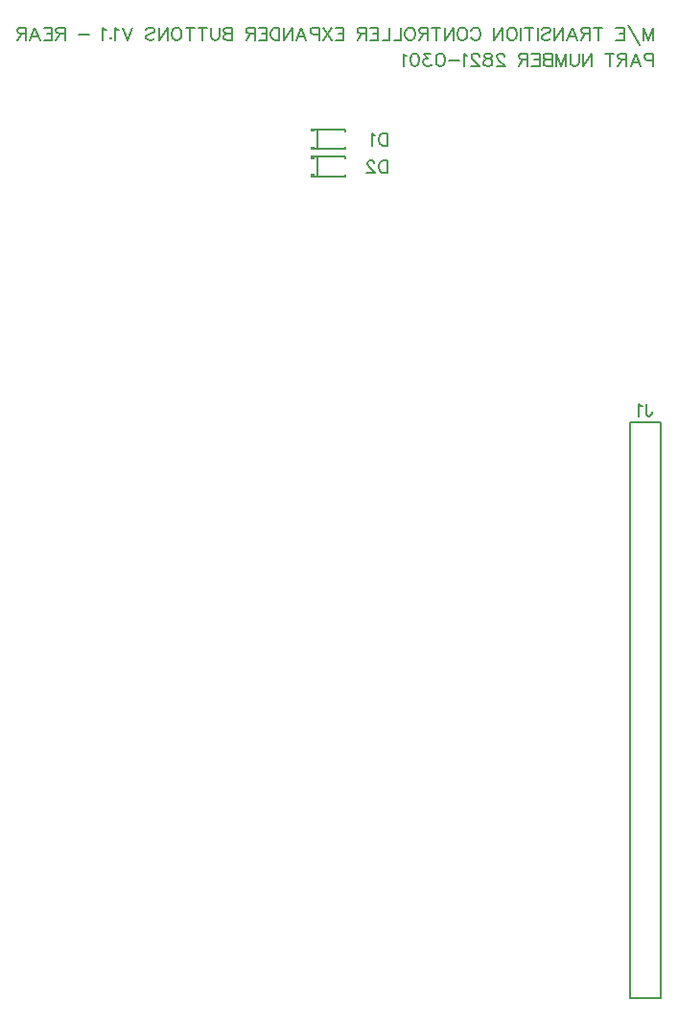
<source format=gbo>
G04 Layer: BottomSilkscreenLayer*
G04 EasyEDA v6.5.29, 2023-07-18 10:32:44*
G04 f0145a9d3cf84adf84608df9e98d150b,5a6b42c53f6a479593ecc07194224c93,10*
G04 Gerber Generator version 0.2*
G04 Scale: 100 percent, Rotated: No, Reflected: No *
G04 Dimensions in millimeters *
G04 leading zeros omitted , absolute positions ,4 integer and 5 decimal *
%FSLAX45Y45*%
%MOMM*%

%ADD10C,0.2032*%
%ADD11C,0.1524*%

%LPD*%
D10*
X6007100Y11551064D02*
G01*
X6007100Y11436520D01*
X6007100Y11551064D02*
G01*
X5963462Y11436520D01*
X5919828Y11551064D02*
G01*
X5963462Y11436520D01*
X5919828Y11551064D02*
G01*
X5919828Y11436520D01*
X5785645Y11572882D02*
G01*
X5883828Y11398338D01*
X5749645Y11551064D02*
G01*
X5749645Y11436520D01*
X5749645Y11551064D02*
G01*
X5678736Y11551064D01*
X5749645Y11496520D02*
G01*
X5706010Y11496520D01*
X5749645Y11436520D02*
G01*
X5678736Y11436520D01*
X5520555Y11551064D02*
G01*
X5520555Y11436520D01*
X5558736Y11551064D02*
G01*
X5482374Y11551064D01*
X5446374Y11551064D02*
G01*
X5446374Y11436520D01*
X5446374Y11551064D02*
G01*
X5397284Y11551064D01*
X5380918Y11545610D01*
X5375465Y11540157D01*
X5370009Y11529247D01*
X5370009Y11518338D01*
X5375465Y11507429D01*
X5380918Y11501974D01*
X5397284Y11496520D01*
X5446374Y11496520D01*
X5408190Y11496520D02*
G01*
X5370009Y11436520D01*
X5290372Y11551064D02*
G01*
X5334010Y11436520D01*
X5290372Y11551064D02*
G01*
X5246738Y11436520D01*
X5317647Y11474701D02*
G01*
X5263100Y11474701D01*
X5210738Y11551064D02*
G01*
X5210738Y11436520D01*
X5210738Y11551064D02*
G01*
X5134373Y11436520D01*
X5134373Y11551064D02*
G01*
X5134373Y11436520D01*
X5022011Y11534701D02*
G01*
X5032921Y11545610D01*
X5049283Y11551064D01*
X5071102Y11551064D01*
X5087465Y11545610D01*
X5098374Y11534701D01*
X5098374Y11523792D01*
X5092920Y11512882D01*
X5087465Y11507429D01*
X5076555Y11501974D01*
X5043830Y11491064D01*
X5032921Y11485610D01*
X5027465Y11480157D01*
X5022011Y11469248D01*
X5022011Y11452882D01*
X5032921Y11441974D01*
X5049283Y11436520D01*
X5071102Y11436520D01*
X5087465Y11441974D01*
X5098374Y11452882D01*
X4986012Y11551064D02*
G01*
X4986012Y11436520D01*
X4911829Y11551064D02*
G01*
X4911829Y11436520D01*
X4950010Y11551064D02*
G01*
X4873647Y11551064D01*
X4837648Y11551064D02*
G01*
X4837648Y11436520D01*
X4768921Y11551064D02*
G01*
X4779830Y11545610D01*
X4790739Y11534701D01*
X4796193Y11523792D01*
X4801649Y11507429D01*
X4801649Y11480157D01*
X4796193Y11463792D01*
X4790739Y11452882D01*
X4779830Y11441974D01*
X4768921Y11436520D01*
X4747102Y11436520D01*
X4736193Y11441974D01*
X4725283Y11452882D01*
X4719830Y11463792D01*
X4714374Y11480157D01*
X4714374Y11507429D01*
X4719830Y11523792D01*
X4725283Y11534701D01*
X4736193Y11545610D01*
X4747102Y11551064D01*
X4768921Y11551064D01*
X4678375Y11551064D02*
G01*
X4678375Y11436520D01*
X4678375Y11551064D02*
G01*
X4602012Y11436520D01*
X4602012Y11551064D02*
G01*
X4602012Y11436520D01*
X4400194Y11523792D02*
G01*
X4405647Y11534701D01*
X4416557Y11545610D01*
X4427466Y11551064D01*
X4449284Y11551064D01*
X4460194Y11545610D01*
X4471103Y11534701D01*
X4476556Y11523792D01*
X4482012Y11507429D01*
X4482012Y11480157D01*
X4476556Y11463792D01*
X4471103Y11452882D01*
X4460194Y11441974D01*
X4449284Y11436520D01*
X4427466Y11436520D01*
X4416557Y11441974D01*
X4405647Y11452882D01*
X4400194Y11463792D01*
X4331467Y11551064D02*
G01*
X4342376Y11545610D01*
X4353285Y11534701D01*
X4358739Y11523792D01*
X4364194Y11507429D01*
X4364194Y11480157D01*
X4358739Y11463792D01*
X4353285Y11452882D01*
X4342376Y11441974D01*
X4331467Y11436520D01*
X4309648Y11436520D01*
X4298739Y11441974D01*
X4287829Y11452882D01*
X4282376Y11463792D01*
X4276920Y11480157D01*
X4276920Y11507429D01*
X4282376Y11523792D01*
X4287829Y11534701D01*
X4298739Y11545610D01*
X4309648Y11551064D01*
X4331467Y11551064D01*
X4240921Y11551064D02*
G01*
X4240921Y11436520D01*
X4240921Y11551064D02*
G01*
X4164558Y11436520D01*
X4164558Y11551064D02*
G01*
X4164558Y11436520D01*
X4090375Y11551064D02*
G01*
X4090375Y11436520D01*
X4128559Y11551064D02*
G01*
X4052194Y11551064D01*
X4016194Y11551064D02*
G01*
X4016194Y11436520D01*
X4016194Y11551064D02*
G01*
X3967104Y11551064D01*
X3950741Y11545610D01*
X3945285Y11540157D01*
X3939832Y11529247D01*
X3939832Y11518338D01*
X3945285Y11507429D01*
X3950741Y11501974D01*
X3967104Y11496520D01*
X4016194Y11496520D01*
X3978013Y11496520D02*
G01*
X3939832Y11436520D01*
X3871104Y11551064D02*
G01*
X3882014Y11545610D01*
X3892923Y11534701D01*
X3898376Y11523792D01*
X3903832Y11507429D01*
X3903832Y11480157D01*
X3898376Y11463792D01*
X3892923Y11452882D01*
X3882014Y11441974D01*
X3871104Y11436520D01*
X3849286Y11436520D01*
X3838376Y11441974D01*
X3827467Y11452882D01*
X3822014Y11463792D01*
X3816558Y11480157D01*
X3816558Y11507429D01*
X3822014Y11523792D01*
X3827467Y11534701D01*
X3838376Y11545610D01*
X3849286Y11551064D01*
X3871104Y11551064D01*
X3780558Y11551064D02*
G01*
X3780558Y11436520D01*
X3780558Y11436520D02*
G01*
X3715105Y11436520D01*
X3679103Y11551064D02*
G01*
X3679103Y11436520D01*
X3679103Y11436520D02*
G01*
X3613650Y11436520D01*
X3577650Y11551064D02*
G01*
X3577650Y11436520D01*
X3577650Y11551064D02*
G01*
X3506741Y11551064D01*
X3577650Y11496520D02*
G01*
X3534013Y11496520D01*
X3577650Y11436520D02*
G01*
X3506741Y11436520D01*
X3470742Y11551064D02*
G01*
X3470742Y11436520D01*
X3470742Y11551064D02*
G01*
X3421651Y11551064D01*
X3405286Y11545610D01*
X3399833Y11540157D01*
X3394377Y11529247D01*
X3394377Y11518338D01*
X3399833Y11507429D01*
X3405286Y11501974D01*
X3421651Y11496520D01*
X3470742Y11496520D01*
X3432558Y11496520D02*
G01*
X3394377Y11436520D01*
X3274377Y11551064D02*
G01*
X3274377Y11436520D01*
X3274377Y11551064D02*
G01*
X3203468Y11551064D01*
X3274377Y11496520D02*
G01*
X3230742Y11496520D01*
X3274377Y11436520D02*
G01*
X3203468Y11436520D01*
X3167468Y11551064D02*
G01*
X3091106Y11436520D01*
X3091106Y11551064D02*
G01*
X3167468Y11436520D01*
X3055106Y11551064D02*
G01*
X3055106Y11436520D01*
X3055106Y11551064D02*
G01*
X3006016Y11551064D01*
X2989651Y11545610D01*
X2984197Y11540157D01*
X2978741Y11529247D01*
X2978741Y11512882D01*
X2984197Y11501974D01*
X2989651Y11496520D01*
X3006016Y11491064D01*
X3055106Y11491064D01*
X2899105Y11551064D02*
G01*
X2942742Y11436520D01*
X2899105Y11551064D02*
G01*
X2855470Y11436520D01*
X2926379Y11474701D02*
G01*
X2871833Y11474701D01*
X2819471Y11551064D02*
G01*
X2819471Y11436520D01*
X2819471Y11551064D02*
G01*
X2743106Y11436520D01*
X2743106Y11551064D02*
G01*
X2743106Y11436520D01*
X2707106Y11551064D02*
G01*
X2707106Y11436520D01*
X2707106Y11551064D02*
G01*
X2668925Y11551064D01*
X2652560Y11545610D01*
X2641653Y11534701D01*
X2636197Y11523792D01*
X2630744Y11507429D01*
X2630744Y11480157D01*
X2636197Y11463792D01*
X2641653Y11452882D01*
X2652560Y11441974D01*
X2668925Y11436520D01*
X2707106Y11436520D01*
X2594742Y11551064D02*
G01*
X2594742Y11436520D01*
X2594742Y11551064D02*
G01*
X2523835Y11551064D01*
X2594742Y11496520D02*
G01*
X2551107Y11496520D01*
X2594742Y11436520D02*
G01*
X2523835Y11436520D01*
X2487833Y11551064D02*
G01*
X2487833Y11436520D01*
X2487833Y11551064D02*
G01*
X2438742Y11551064D01*
X2422380Y11545610D01*
X2416924Y11540157D01*
X2411470Y11529247D01*
X2411470Y11518338D01*
X2416924Y11507429D01*
X2422380Y11501974D01*
X2438742Y11496520D01*
X2487833Y11496520D01*
X2449652Y11496520D02*
G01*
X2411470Y11436520D01*
X2291471Y11551064D02*
G01*
X2291471Y11436520D01*
X2291471Y11551064D02*
G01*
X2242380Y11551064D01*
X2226017Y11545610D01*
X2220561Y11540157D01*
X2215108Y11529247D01*
X2215108Y11518338D01*
X2220561Y11507429D01*
X2226017Y11501974D01*
X2242380Y11496520D01*
X2291471Y11496520D02*
G01*
X2242380Y11496520D01*
X2226017Y11491064D01*
X2220561Y11485610D01*
X2215108Y11474701D01*
X2215108Y11458338D01*
X2220561Y11447429D01*
X2226017Y11441974D01*
X2242380Y11436520D01*
X2291471Y11436520D01*
X2179106Y11551064D02*
G01*
X2179106Y11469248D01*
X2173653Y11452882D01*
X2162743Y11441974D01*
X2146381Y11436520D01*
X2135471Y11436520D01*
X2119106Y11441974D01*
X2108197Y11452882D01*
X2102744Y11469248D01*
X2102744Y11551064D01*
X2028563Y11551064D02*
G01*
X2028563Y11436520D01*
X2066744Y11551064D02*
G01*
X1990379Y11551064D01*
X1916198Y11551064D02*
G01*
X1916198Y11436520D01*
X1954380Y11551064D02*
G01*
X1878017Y11551064D01*
X1809290Y11551064D02*
G01*
X1820199Y11545610D01*
X1831108Y11534701D01*
X1836562Y11523792D01*
X1842018Y11507429D01*
X1842018Y11480157D01*
X1836562Y11463792D01*
X1831108Y11452882D01*
X1820199Y11441974D01*
X1809290Y11436520D01*
X1787471Y11436520D01*
X1776562Y11441974D01*
X1765653Y11452882D01*
X1760199Y11463792D01*
X1754743Y11480157D01*
X1754743Y11507429D01*
X1760199Y11523792D01*
X1765653Y11534701D01*
X1776562Y11545610D01*
X1787471Y11551064D01*
X1809290Y11551064D01*
X1718744Y11551064D02*
G01*
X1718744Y11436520D01*
X1718744Y11551064D02*
G01*
X1642381Y11436520D01*
X1642381Y11551064D02*
G01*
X1642381Y11436520D01*
X1530017Y11534701D02*
G01*
X1540926Y11545610D01*
X1557291Y11551064D01*
X1579107Y11551064D01*
X1595473Y11545610D01*
X1606382Y11534701D01*
X1606382Y11523792D01*
X1600926Y11512882D01*
X1595473Y11507429D01*
X1584563Y11501974D01*
X1551835Y11491064D01*
X1540926Y11485610D01*
X1535473Y11480157D01*
X1530017Y11469248D01*
X1530017Y11452882D01*
X1540926Y11441974D01*
X1557291Y11436520D01*
X1579107Y11436520D01*
X1595473Y11441974D01*
X1606382Y11452882D01*
X1410017Y11551064D02*
G01*
X1366382Y11436520D01*
X1322745Y11551064D02*
G01*
X1366382Y11436520D01*
X1286746Y11529247D02*
G01*
X1275836Y11534701D01*
X1259474Y11551064D01*
X1259474Y11436520D01*
X1218018Y11463792D02*
G01*
X1223472Y11458338D01*
X1218018Y11452882D01*
X1212562Y11458338D01*
X1218018Y11463792D01*
X1176563Y11529247D02*
G01*
X1165654Y11534701D01*
X1149291Y11551064D01*
X1149291Y11436520D01*
X1029291Y11485610D02*
G01*
X931110Y11485610D01*
X811110Y11551064D02*
G01*
X811110Y11436520D01*
X811110Y11551064D02*
G01*
X762020Y11551064D01*
X745655Y11545610D01*
X740201Y11540157D01*
X734745Y11529247D01*
X734745Y11518338D01*
X740201Y11507429D01*
X745655Y11501974D01*
X762020Y11496520D01*
X811110Y11496520D01*
X772929Y11496520D02*
G01*
X734745Y11436520D01*
X698746Y11551064D02*
G01*
X698746Y11436520D01*
X698746Y11551064D02*
G01*
X627837Y11551064D01*
X698746Y11496520D02*
G01*
X655111Y11496520D01*
X698746Y11436520D02*
G01*
X627837Y11436520D01*
X548200Y11551064D02*
G01*
X591837Y11436520D01*
X548200Y11551064D02*
G01*
X504565Y11436520D01*
X575475Y11474701D02*
G01*
X520928Y11474701D01*
X468566Y11551064D02*
G01*
X468566Y11436520D01*
X468566Y11551064D02*
G01*
X419475Y11551064D01*
X403110Y11545610D01*
X397657Y11540157D01*
X392201Y11529247D01*
X392201Y11518338D01*
X397657Y11507429D01*
X403110Y11501974D01*
X419475Y11496520D01*
X468566Y11496520D01*
X430382Y11496520D02*
G01*
X392201Y11436520D01*
X6007100Y11322464D02*
G01*
X6007100Y11207920D01*
X6007100Y11322464D02*
G01*
X5958009Y11322464D01*
X5941646Y11317010D01*
X5936190Y11311557D01*
X5930737Y11300647D01*
X5930737Y11284282D01*
X5936190Y11273374D01*
X5941646Y11267920D01*
X5958009Y11262464D01*
X6007100Y11262464D01*
X5851100Y11322464D02*
G01*
X5894735Y11207920D01*
X5851100Y11322464D02*
G01*
X5807463Y11207920D01*
X5878372Y11246101D02*
G01*
X5823828Y11246101D01*
X5771464Y11322464D02*
G01*
X5771464Y11207920D01*
X5771464Y11322464D02*
G01*
X5722373Y11322464D01*
X5706010Y11317010D01*
X5700555Y11311557D01*
X5695100Y11300647D01*
X5695100Y11289738D01*
X5700555Y11278829D01*
X5706010Y11273374D01*
X5722373Y11267920D01*
X5771464Y11267920D01*
X5733282Y11267920D02*
G01*
X5695100Y11207920D01*
X5620918Y11322464D02*
G01*
X5620918Y11207920D01*
X5659100Y11322464D02*
G01*
X5582737Y11322464D01*
X5462737Y11322464D02*
G01*
X5462737Y11207920D01*
X5462737Y11322464D02*
G01*
X5386374Y11207920D01*
X5386374Y11322464D02*
G01*
X5386374Y11207920D01*
X5350372Y11322464D02*
G01*
X5350372Y11240648D01*
X5344919Y11224282D01*
X5334010Y11213374D01*
X5317647Y11207920D01*
X5306738Y11207920D01*
X5290372Y11213374D01*
X5279466Y11224282D01*
X5274010Y11240648D01*
X5274010Y11322464D01*
X5238010Y11322464D02*
G01*
X5238010Y11207920D01*
X5238010Y11322464D02*
G01*
X5194373Y11207920D01*
X5150738Y11322464D02*
G01*
X5194373Y11207920D01*
X5150738Y11322464D02*
G01*
X5150738Y11207920D01*
X5114737Y11322464D02*
G01*
X5114737Y11207920D01*
X5114737Y11322464D02*
G01*
X5065646Y11322464D01*
X5049283Y11317010D01*
X5043830Y11311557D01*
X5038374Y11300647D01*
X5038374Y11289738D01*
X5043830Y11278829D01*
X5049283Y11273374D01*
X5065646Y11267920D01*
X5114737Y11267920D02*
G01*
X5065646Y11267920D01*
X5049283Y11262464D01*
X5043830Y11257010D01*
X5038374Y11246101D01*
X5038374Y11229738D01*
X5043830Y11218829D01*
X5049283Y11213374D01*
X5065646Y11207920D01*
X5114737Y11207920D01*
X5002375Y11322464D02*
G01*
X5002375Y11207920D01*
X5002375Y11322464D02*
G01*
X4931465Y11322464D01*
X5002375Y11267920D02*
G01*
X4958737Y11267920D01*
X5002375Y11207920D02*
G01*
X4931465Y11207920D01*
X4895466Y11322464D02*
G01*
X4895466Y11207920D01*
X4895466Y11322464D02*
G01*
X4846375Y11322464D01*
X4830010Y11317010D01*
X4824557Y11311557D01*
X4819101Y11300647D01*
X4819101Y11289738D01*
X4824557Y11278829D01*
X4830010Y11273374D01*
X4846375Y11267920D01*
X4895466Y11267920D01*
X4857285Y11267920D02*
G01*
X4819101Y11207920D01*
X4693648Y11295192D02*
G01*
X4693648Y11300647D01*
X4688192Y11311557D01*
X4682738Y11317010D01*
X4671829Y11322464D01*
X4650011Y11322464D01*
X4639101Y11317010D01*
X4633648Y11311557D01*
X4628192Y11300647D01*
X4628192Y11289738D01*
X4633648Y11278829D01*
X4644557Y11262464D01*
X4699101Y11207920D01*
X4622739Y11207920D01*
X4559467Y11322464D02*
G01*
X4575830Y11317010D01*
X4581283Y11306101D01*
X4581283Y11295192D01*
X4575830Y11284282D01*
X4564921Y11278829D01*
X4543102Y11273374D01*
X4526739Y11267920D01*
X4515830Y11257010D01*
X4510374Y11246101D01*
X4510374Y11229738D01*
X4515830Y11218829D01*
X4521283Y11213374D01*
X4537649Y11207920D01*
X4559467Y11207920D01*
X4575830Y11213374D01*
X4581283Y11218829D01*
X4586739Y11229738D01*
X4586739Y11246101D01*
X4581283Y11257010D01*
X4570374Y11267920D01*
X4554011Y11273374D01*
X4532193Y11278829D01*
X4521283Y11284282D01*
X4515830Y11295192D01*
X4515830Y11306101D01*
X4521283Y11317010D01*
X4537649Y11322464D01*
X4559467Y11322464D01*
X4468921Y11295192D02*
G01*
X4468921Y11300647D01*
X4463465Y11311557D01*
X4458012Y11317010D01*
X4447103Y11322464D01*
X4425284Y11322464D01*
X4414375Y11317010D01*
X4408921Y11311557D01*
X4403465Y11300647D01*
X4403465Y11289738D01*
X4408921Y11278829D01*
X4419831Y11262464D01*
X4474375Y11207920D01*
X4398012Y11207920D01*
X4362013Y11300647D02*
G01*
X4351103Y11306101D01*
X4334738Y11322464D01*
X4334738Y11207920D01*
X4298739Y11257010D02*
G01*
X4200558Y11257010D01*
X4131830Y11322464D02*
G01*
X4148193Y11317010D01*
X4159102Y11300647D01*
X4164558Y11273374D01*
X4164558Y11257010D01*
X4159102Y11229738D01*
X4148193Y11213374D01*
X4131830Y11207920D01*
X4120921Y11207920D01*
X4104558Y11213374D01*
X4093649Y11229738D01*
X4088193Y11257010D01*
X4088193Y11273374D01*
X4093649Y11300647D01*
X4104558Y11317010D01*
X4120921Y11322464D01*
X4131830Y11322464D01*
X4041284Y11322464D02*
G01*
X3981284Y11322464D01*
X4014012Y11278829D01*
X3997650Y11278829D01*
X3986740Y11273374D01*
X3981284Y11267920D01*
X3975831Y11251557D01*
X3975831Y11240648D01*
X3981284Y11224282D01*
X3992194Y11213374D01*
X4008559Y11207920D01*
X4024922Y11207920D01*
X4041284Y11213374D01*
X4046740Y11218829D01*
X4052194Y11229738D01*
X3907104Y11322464D02*
G01*
X3923466Y11317010D01*
X3934376Y11300647D01*
X3939832Y11273374D01*
X3939832Y11257010D01*
X3934376Y11229738D01*
X3923466Y11213374D01*
X3907104Y11207920D01*
X3896194Y11207920D01*
X3879832Y11213374D01*
X3868922Y11229738D01*
X3863466Y11257010D01*
X3863466Y11273374D01*
X3868922Y11300647D01*
X3879832Y11317010D01*
X3896194Y11322464D01*
X3907104Y11322464D01*
X3827467Y11300647D02*
G01*
X3816558Y11306101D01*
X3800195Y11322464D01*
X3800195Y11207920D01*
D11*
X5942431Y8230623D02*
G01*
X5942431Y8147497D01*
X5947628Y8131909D01*
X5952822Y8126714D01*
X5963213Y8121520D01*
X5973605Y8121520D01*
X5983996Y8126714D01*
X5989193Y8131909D01*
X5994387Y8147497D01*
X5994387Y8157888D01*
X5908141Y8209841D02*
G01*
X5897752Y8215038D01*
X5882165Y8230623D01*
X5882165Y8121520D01*
X3657600Y10618238D02*
G01*
X3657600Y10509135D01*
X3657600Y10618238D02*
G01*
X3621232Y10618238D01*
X3605644Y10613044D01*
X3595255Y10602653D01*
X3590058Y10592262D01*
X3584864Y10576674D01*
X3584864Y10550697D01*
X3590058Y10535112D01*
X3595255Y10524721D01*
X3605644Y10514329D01*
X3621232Y10509135D01*
X3657600Y10509135D01*
X3550574Y10597456D02*
G01*
X3540183Y10602653D01*
X3524595Y10618238D01*
X3524595Y10509135D01*
X3657600Y10376938D02*
G01*
X3657600Y10267835D01*
X3657600Y10376938D02*
G01*
X3621232Y10376938D01*
X3605644Y10371744D01*
X3595255Y10361353D01*
X3590058Y10350962D01*
X3584864Y10335374D01*
X3584864Y10309397D01*
X3590058Y10293812D01*
X3595255Y10283421D01*
X3605644Y10273029D01*
X3621232Y10267835D01*
X3657600Y10267835D01*
X3545377Y10350962D02*
G01*
X3545377Y10356156D01*
X3540183Y10366547D01*
X3534986Y10371744D01*
X3524595Y10376938D01*
X3503815Y10376938D01*
X3493424Y10371744D01*
X3488227Y10366547D01*
X3483033Y10356156D01*
X3483033Y10345765D01*
X3488227Y10335374D01*
X3498618Y10319788D01*
X3550574Y10267835D01*
X3477836Y10267835D01*
G36*
X2986125Y10501680D02*
G01*
X2986125Y10472166D01*
X3016605Y10472166D01*
X3016605Y10501680D01*
G37*
G36*
X2986125Y10660634D02*
G01*
X2986125Y10631119D01*
X3016605Y10631119D01*
X3016605Y10660634D01*
G37*
G36*
X2986125Y10260380D02*
G01*
X2986125Y10230866D01*
X3016605Y10230866D01*
X3016605Y10260380D01*
G37*
G36*
X2986125Y10419334D02*
G01*
X2986125Y10389819D01*
X3016605Y10389819D01*
X3016605Y10419334D01*
G37*
D10*
X6057887Y8064489D02*
G01*
X6070587Y8064489D01*
X6070587Y2984489D01*
X5803887Y2984489D01*
X5803887Y8064489D01*
X6057887Y8064489D01*
D11*
X3008980Y10479780D02*
G01*
X3290219Y10479780D01*
X3290219Y10479780D02*
G01*
X3290219Y10496580D01*
X3008980Y10653019D02*
G01*
X3290219Y10653019D01*
X3290219Y10653019D02*
G01*
X3290219Y10636219D01*
X3044670Y10479780D02*
G01*
X3044670Y10653019D01*
X3008980Y10238480D02*
G01*
X3290219Y10238480D01*
X3290219Y10238480D02*
G01*
X3290219Y10255280D01*
X3008980Y10411719D02*
G01*
X3290219Y10411719D01*
X3290219Y10411719D02*
G01*
X3290219Y10394919D01*
X3044670Y10238480D02*
G01*
X3044670Y10411719D01*
M02*

</source>
